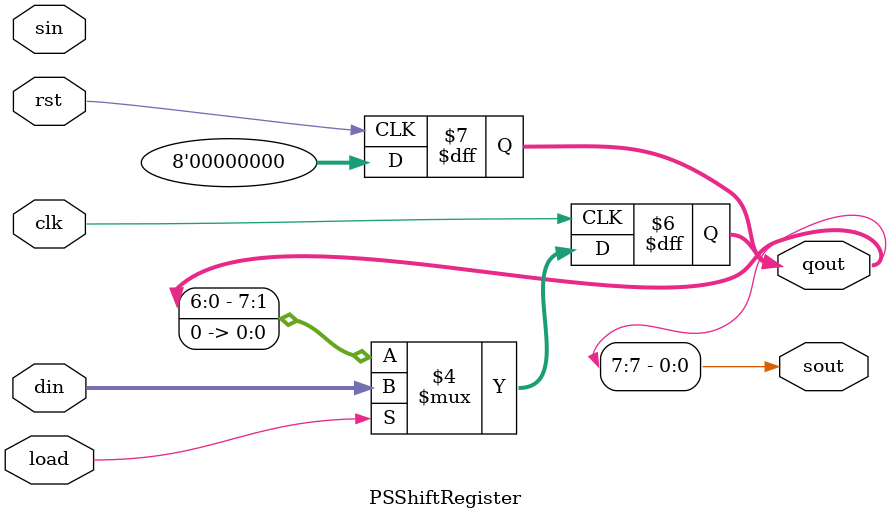
<source format=v>
module PSShiftRegister(clk, rst, load, din, sin, sout, qout);
	input clk, rst, load, sin;
	input [7:0] din;
	output sout;
	output [7:0] qout;
	
	reg [7:0] qout;
	wire sout;
	
	assign sout = qout[7];
	
	always @ (negedge rst)
		qout = 8'b00000000;
	
	always @ (posedge clk)
		if (load)
			qout = din;
		else
			qout = {qout[6:0], 1'b0};

endmodule
		
</source>
